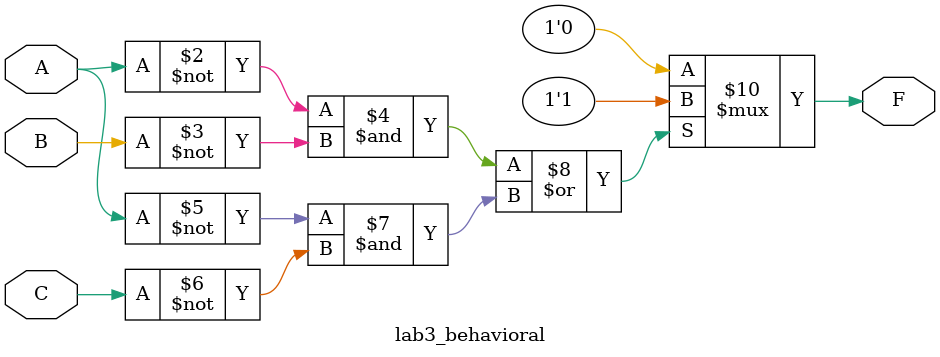
<source format=v>
module lab3_behavioral (A, B, C, F);
  input A, B, C;
  output reg F;

  always @ (*) begin
    if (~A & ~B | ~A & ~C) begin
      F = 1;
    end
    else begin
      F = 0;
    end
  end
endmodule
</source>
